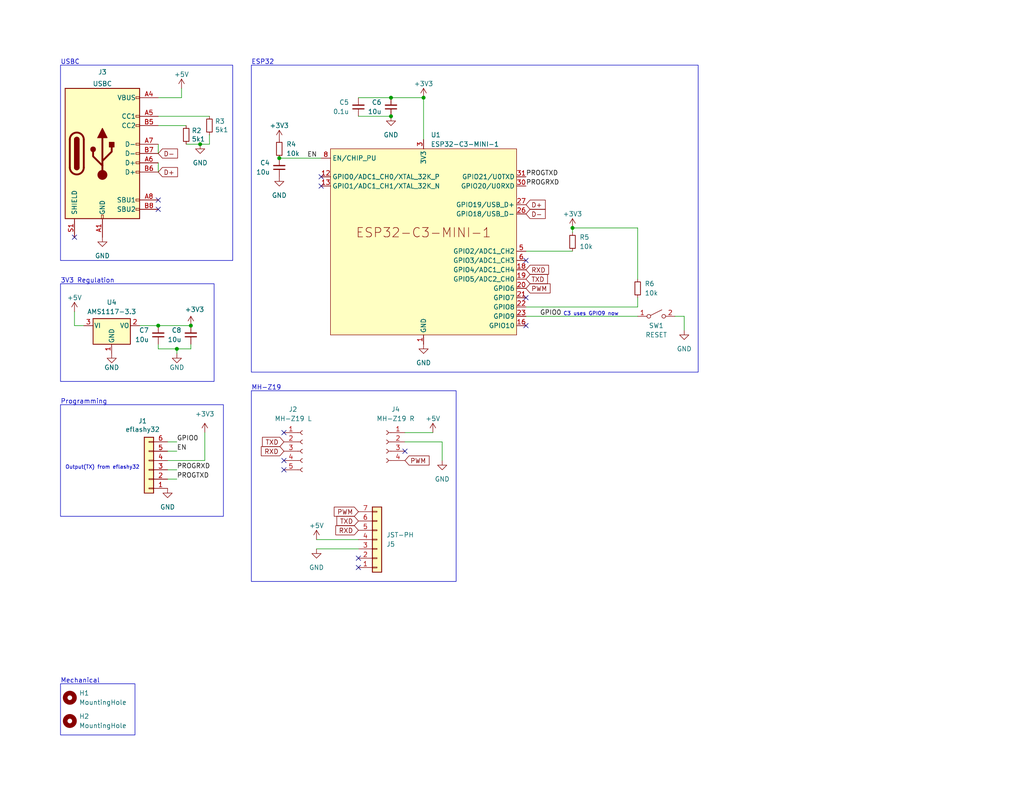
<source format=kicad_sch>
(kicad_sch (version 20230121) (generator eeschema)
  (paper "USLetter")
  (lib_symbols
    (symbol "Connector:Conn_01x04_Socket" (pin_names (offset 1.016) hide)
      (property "Reference" "J" (at 0 5.08 0))
      (property "Value" "Conn_01x04_Socket" (at 0 -7.62 0))
      (symbol "Conn_01x04_Socket_1_1"
        (arc (start 0 -4.572) (mid -0.5058 -5.08) (end 0 -5.588) (stroke (width 0.1524)))
        (arc (start 0 -2.032) (mid -0.5058 -2.54) (end 0 -3.048) (stroke (width 0.1524)))
        (polyline (pts (xy -1.27 -5.08) (xy -0.508 -5.08)) (stroke (width 0.1524)))
        (polyline (pts (xy -1.27 -2.54) (xy -0.508 -2.54)) (stroke (width 0.1524)))
        (polyline (pts (xy -1.27 0) (xy -0.508 0)) (stroke (width 0.1524)))
        (polyline (pts (xy -1.27 2.54) (xy -0.508 2.54)) (stroke (width 0.1524)))
        (arc (start 0 0.508) (mid -0.5058 0) (end 0 -0.508) (stroke (width 0.1524)))
        (arc (start 0 3.048) (mid -0.5058 2.54) (end 0 2.032) (stroke (width 0.1524)))
        (pin passive line (at -5.08 2.54 0) (length 3.81) (name "Pin_1") (number "1"))
        (pin passive line (at -5.08 0 0) (length 3.81) (name "Pin_2") (number "2"))
        (pin passive line (at -5.08 -2.54 0) (length 3.81) (name "Pin_3") (number "3"))
        (pin passive line (at -5.08 -5.08 0) (length 3.81) (name "Pin_4") (number "4"))
      )
    )
    (symbol "Connector:Conn_01x05_Socket" (pin_names (offset 1.016) hide)
      (property "Reference" "J" (at 0 7.62 0))
      (property "Value" "Conn_01x05_Socket" (at 0 -7.62 0))
      (symbol "Conn_01x05_Socket_1_1"
        (arc (start 0 -4.572) (mid -0.5058 -5.08) (end 0 -5.588) (stroke (width 0.1524)))
        (arc (start 0 -2.032) (mid -0.5058 -2.54) (end 0 -3.048) (stroke (width 0.1524)))
        (polyline (pts (xy -1.27 -5.08) (xy -0.508 -5.08)) (stroke (width 0.1524)))
        (polyline (pts (xy -1.27 -2.54) (xy -0.508 -2.54)) (stroke (width 0.1524)))
        (polyline (pts (xy -1.27 0) (xy -0.508 0)) (stroke (width 0.1524)))
        (polyline (pts (xy -1.27 2.54) (xy -0.508 2.54)) (stroke (width 0.1524)))
        (polyline (pts (xy -1.27 5.08) (xy -0.508 5.08)) (stroke (width 0.1524)))
        (arc (start 0 0.508) (mid -0.5058 0) (end 0 -0.508) (stroke (width 0.1524)))
        (arc (start 0 3.048) (mid -0.5058 2.54) (end 0 2.032) (stroke (width 0.1524)))
        (arc (start 0 5.588) (mid -0.5058 5.08) (end 0 4.572) (stroke (width 0.1524)))
        (pin passive line (at -5.08 5.08 0) (length 3.81) (name "Pin_1") (number "1"))
        (pin passive line (at -5.08 2.54 0) (length 3.81) (name "Pin_2") (number "2"))
        (pin passive line (at -5.08 0 0) (length 3.81) (name "Pin_3") (number "3"))
        (pin passive line (at -5.08 -2.54 0) (length 3.81) (name "Pin_4") (number "4"))
        (pin passive line (at -5.08 -5.08 0) (length 3.81) (name "Pin_5") (number "5"))
      )
    )
    (symbol "Connector:USB_C_Receptacle_USB2.0" (pin_names (offset 1.016))
      (property "Reference" "J" (at -10.16 19.05 0))
      (property "Value" "USB_C_Receptacle_USB2.0" (at 19.05 19.05 0))
      (symbol "USB_C_Receptacle_USB2.0_0_0"
        (rectangle (start -0.254 -17.78) (end 0.254 -16.764))
        (rectangle (start 10.16 -14.986) (end 9.144 -15.494))
        (rectangle (start 10.16 -12.446) (end 9.144 -12.954))
        (rectangle (start 10.16 -4.826) (end 9.144 -5.334))
        (rectangle (start 10.16 -2.286) (end 9.144 -2.794))
        (rectangle (start 10.16 0.254) (end 9.144 -0.254))
        (rectangle (start 10.16 2.794) (end 9.144 2.286))
        (rectangle (start 10.16 7.874) (end 9.144 7.366))
        (rectangle (start 10.16 10.414) (end 9.144 9.906))
        (rectangle (start 10.16 15.494) (end 9.144 14.986))
      )
      (symbol "USB_C_Receptacle_USB2.0_0_1"
        (rectangle (start -10.16 17.78) (end 10.16 -17.78) (stroke (width 0.254)) (fill (type background)))
        (arc (start -8.89 -3.81) (mid -6.985 -5.7067) (end -5.08 -3.81) (stroke (width 0.508)))
        (arc (start -7.62 -3.81) (mid -6.985 -4.4423) (end -6.35 -3.81) (stroke (width 0.254)))
        (arc (start -7.62 -3.81) (mid -6.985 -4.4423) (end -6.35 -3.81) (stroke (width 0.254)) (fill (type outline)))
        (rectangle (start -7.62 -3.81) (end -6.35 3.81) (stroke (width 0.254)) (fill (type outline)))
        (arc (start -6.35 3.81) (mid -6.985 4.4423) (end -7.62 3.81) (stroke (width 0.254)))
        (arc (start -6.35 3.81) (mid -6.985 4.4423) (end -7.62 3.81) (stroke (width 0.254)) (fill (type outline)))
        (arc (start -5.08 3.81) (mid -6.985 5.7067) (end -8.89 3.81) (stroke (width 0.508)))
        (circle (center -2.54 1.143) (radius 0.635) (stroke (width 0.254)) (fill (type outline)))
        (circle (center 0 -5.842) (radius 1.27) (fill (type outline)))
        (polyline (pts (xy -8.89 -3.81) (xy -8.89 3.81)) (stroke (width 0.508)))
        (polyline (pts (xy -5.08 3.81) (xy -5.08 -3.81)) (stroke (width 0.508)))
        (polyline (pts (xy 0 -5.842) (xy 0 4.318)) (stroke (width 0.508)))
        (polyline (pts (xy 0 -3.302) (xy -2.54 -0.762) (xy -2.54 0.508)) (stroke (width 0.508)))
        (polyline (pts (xy 0 -2.032) (xy 2.54 0.508) (xy 2.54 1.778)) (stroke (width 0.508)))
        (polyline (pts (xy -1.27 4.318) (xy 0 6.858) (xy 1.27 4.318) (xy -1.27 4.318)) (stroke (width 0.254)) (fill (type outline)))
        (rectangle (start 1.905 1.778) (end 3.175 3.048) (stroke (width 0.254)) (fill (type outline)))
      )
      (symbol "USB_C_Receptacle_USB2.0_1_1"
        (pin passive line (at 0 -22.86 90) (length 5.08) (name "GND") (number "A1"))
        (pin passive line (at 0 -22.86 90) (length 5.08) hide (name "GND") (number "A12"))
        (pin passive line (at 15.24 15.24 180) (length 5.08) (name "VBUS") (number "A4"))
        (pin bidirectional line (at 15.24 10.16 180) (length 5.08) (name "CC1") (number "A5"))
        (pin bidirectional line (at 15.24 -2.54 180) (length 5.08) (name "D+") (number "A6"))
        (pin bidirectional line (at 15.24 2.54 180) (length 5.08) (name "D-") (number "A7"))
        (pin bidirectional line (at 15.24 -12.7 180) (length 5.08) (name "SBU1") (number "A8"))
        (pin passive line (at 15.24 15.24 180) (length 5.08) hide (name "VBUS") (number "A9"))
        (pin passive line (at 0 -22.86 90) (length 5.08) hide (name "GND") (number "B1"))
        (pin passive line (at 0 -22.86 90) (length 5.08) hide (name "GND") (number "B12"))
        (pin passive line (at 15.24 15.24 180) (length 5.08) hide (name "VBUS") (number "B4"))
        (pin bidirectional line (at 15.24 7.62 180) (length 5.08) (name "CC2") (number "B5"))
        (pin bidirectional line (at 15.24 -5.08 180) (length 5.08) (name "D+") (number "B6"))
        (pin bidirectional line (at 15.24 0 180) (length 5.08) (name "D-") (number "B7"))
        (pin bidirectional line (at 15.24 -15.24 180) (length 5.08) (name "SBU2") (number "B8"))
        (pin passive line (at 15.24 15.24 180) (length 5.08) hide (name "VBUS") (number "B9"))
        (pin passive line (at -7.62 -22.86 90) (length 5.08) (name "SHIELD") (number "S1"))
      )
    )
    (symbol "Connector_Generic:Conn_01x06" (pin_names (offset 1.016) hide)
      (property "Reference" "J" (at 0 7.62 0))
      (property "Value" "Conn_01x06" (at 0 -10.16 0))
      (symbol "Conn_01x06_1_1"
        (rectangle (start -1.27 -7.493) (end 0 -7.747) (stroke (width 0.1524)))
        (rectangle (start -1.27 -4.953) (end 0 -5.207) (stroke (width 0.1524)))
        (rectangle (start -1.27 -2.413) (end 0 -2.667) (stroke (width 0.1524)))
        (rectangle (start -1.27 0.127) (end 0 -0.127) (stroke (width 0.1524)))
        (rectangle (start -1.27 2.667) (end 0 2.413) (stroke (width 0.1524)))
        (rectangle (start -1.27 5.207) (end 0 4.953) (stroke (width 0.1524)))
        (rectangle (start -1.27 6.35) (end 1.27 -8.89) (stroke (width 0.254)) (fill (type background)))
        (pin passive line (at -5.08 5.08 0) (length 3.81) (name "Pin_1") (number "1"))
        (pin passive line (at -5.08 2.54 0) (length 3.81) (name "Pin_2") (number "2"))
        (pin passive line (at -5.08 0 0) (length 3.81) (name "Pin_3") (number "3"))
        (pin passive line (at -5.08 -2.54 0) (length 3.81) (name "Pin_4") (number "4"))
        (pin passive line (at -5.08 -5.08 0) (length 3.81) (name "Pin_5") (number "5"))
        (pin passive line (at -5.08 -7.62 0) (length 3.81) (name "Pin_6") (number "6"))
      )
    )
    (symbol "Connector_Generic:Conn_01x07" (pin_names (offset 1.016) hide)
      (property "Reference" "J" (at 0 10.16 0))
      (property "Value" "Conn_01x07" (at 0 -10.16 0))
      (symbol "Conn_01x07_1_1"
        (rectangle (start -1.27 -7.493) (end 0 -7.747) (stroke (width 0.1524)))
        (rectangle (start -1.27 -4.953) (end 0 -5.207) (stroke (width 0.1524)))
        (rectangle (start -1.27 -2.413) (end 0 -2.667) (stroke (width 0.1524)))
        (rectangle (start -1.27 0.127) (end 0 -0.127) (stroke (width 0.1524)))
        (rectangle (start -1.27 2.667) (end 0 2.413) (stroke (width 0.1524)))
        (rectangle (start -1.27 5.207) (end 0 4.953) (stroke (width 0.1524)))
        (rectangle (start -1.27 7.747) (end 0 7.493) (stroke (width 0.1524)))
        (rectangle (start -1.27 8.89) (end 1.27 -8.89) (stroke (width 0.254)) (fill (type background)))
        (pin passive line (at -5.08 7.62 0) (length 3.81) (name "Pin_1") (number "1"))
        (pin passive line (at -5.08 5.08 0) (length 3.81) (name "Pin_2") (number "2"))
        (pin passive line (at -5.08 2.54 0) (length 3.81) (name "Pin_3") (number "3"))
        (pin passive line (at -5.08 0 0) (length 3.81) (name "Pin_4") (number "4"))
        (pin passive line (at -5.08 -2.54 0) (length 3.81) (name "Pin_5") (number "5"))
        (pin passive line (at -5.08 -5.08 0) (length 3.81) (name "Pin_6") (number "6"))
        (pin passive line (at -5.08 -7.62 0) (length 3.81) (name "Pin_7") (number "7"))
      )
    )
    (symbol "Device:C_Small" (pin_numbers hide) (pin_names (offset 0.254) hide)
      (property "Reference" "C" (at 0.254 1.778 0))
      (property "Value" "C_Small" (at 0.254 -2.032 0))
      (symbol "C_Small_0_1"
        (polyline (pts (xy -1.524 -0.508) (xy 1.524 -0.508)) (stroke (width 0.3302)))
        (polyline (pts (xy -1.524 0.508) (xy 1.524 0.508)) (stroke (width 0.3048)))
      )
      (symbol "C_Small_1_1"
        (pin passive line (at 0 2.54 270) (length 2.032) (name "~") (number "1"))
        (pin passive line (at 0 -2.54 90) (length 2.032) (name "~") (number "2"))
      )
    )
    (symbol "Device:R_Small" (pin_numbers hide) (pin_names (offset 0.254) hide)
      (property "Reference" "R" (at 0.762 0.508 0))
      (property "Value" "R_Small" (at 0.762 -1.016 0))
      (symbol "R_Small_0_1"
        (rectangle (start -0.762 1.778) (end 0.762 -1.778) (stroke (width 0.2032)))
      )
      (symbol "R_Small_1_1"
        (pin passive line (at 0 2.54 270) (length 0.762) (name "~") (number "1"))
        (pin passive line (at 0 -2.54 90) (length 0.762) (name "~") (number "2"))
      )
    )
    (symbol "Espressif:ESP32-C3-MINI-1"
      (property "Reference" "U" (at -25.4 30.48 0))
      (property "Value" "ESP32-C3-MINI-1" (at -25.4 27.94 0))
      (symbol "ESP32-C3-MINI-1_0_0"
        (text "ESP32-C3-MINI-1" (at 0 2.54 0) (effects (font (size 2.54 2.54))))
      )
      (symbol "ESP32-C3-MINI-1_0_1"
        (rectangle (start -25.4 25.4) (end 25.4 -25.4) (fill (type background)))
      )
      (symbol "ESP32-C3-MINI-1_1_1"
        (pin power_in line (at 0 -27.94 90) (length 2.54) (name "GND") (number "1"))
        (pin no_connect line (at -25.4 2.54 0) (length 2.54) hide (name "NC") (number "10"))
        (pin passive line (at 0 -27.94 90) (length 2.54) hide (name "GND") (number "11"))
        (pin bidirectional line (at -27.94 17.78 0) (length 2.54) (name "GPIO0/ADC1_CH0/XTAL_32K_P") (number "12"))
        (pin bidirectional line (at -27.94 15.24 0) (length 2.54) (name "GPIO1/ADC1_CH1/XTAL_32K_N") (number "13"))
        (pin passive line (at 0 -27.94 90) (length 2.54) hide (name "GND") (number "14"))
        (pin no_connect line (at -25.4 0 0) (length 2.54) hide (name "NC") (number "15"))
        (pin bidirectional line (at 27.94 -22.86 180) (length 2.54) (name "GPIO10") (number "16"))
        (pin no_connect line (at -25.4 -2.54 0) (length 2.54) hide (name "NC") (number "17"))
        (pin bidirectional line (at 27.94 -7.62 180) (length 2.54) (name "GPIO4/ADC1_CH4") (number "18"))
        (pin bidirectional line (at 27.94 -10.16 180) (length 2.54) (name "GPIO5/ADC2_CH0") (number "19"))
        (pin passive line (at 0 -27.94 90) (length 2.54) hide (name "GND") (number "2"))
        (pin bidirectional line (at 27.94 -12.7 180) (length 2.54) (name "GPIO6") (number "20"))
        (pin bidirectional line (at 27.94 -15.24 180) (length 2.54) (name "GPIO7") (number "21"))
        (pin bidirectional line (at 27.94 -17.78 180) (length 2.54) (name "GPIO8") (number "22"))
        (pin bidirectional line (at 27.94 -20.32 180) (length 2.54) (name "GPIO9") (number "23"))
        (pin no_connect line (at -25.4 -5.08 0) (length 2.54) hide (name "NC") (number "24"))
        (pin no_connect line (at -25.4 -7.62 0) (length 2.54) hide (name "NC") (number "25"))
        (pin bidirectional line (at 27.94 7.62 180) (length 2.54) (name "GPIO18/USB_D-") (number "26"))
        (pin bidirectional line (at 27.94 10.16 180) (length 2.54) (name "GPIO19/USB_D+") (number "27"))
        (pin no_connect line (at -25.4 -10.16 0) (length 2.54) hide (name "NC") (number "28"))
        (pin no_connect line (at -25.4 -12.7 0) (length 2.54) hide (name "NC") (number "29"))
        (pin power_in line (at 0 27.94 270) (length 2.54) (name "3V3") (number "3"))
        (pin bidirectional line (at 27.94 15.24 180) (length 2.54) (name "GPIO20/U0RXD") (number "30"))
        (pin bidirectional line (at 27.94 17.78 180) (length 2.54) (name "GPIO21/U0TXD") (number "31"))
        (pin no_connect line (at -25.4 -15.24 0) (length 2.54) hide (name "NC") (number "32"))
        (pin no_connect line (at -25.4 -17.78 0) (length 2.54) hide (name "NC") (number "33"))
        (pin no_connect line (at -25.4 -20.32 0) (length 2.54) hide (name "NC") (number "34"))
        (pin no_connect line (at -25.4 -22.86 0) (length 2.54) hide (name "NC") (number "35"))
        (pin passive line (at 0 -27.94 90) (length 2.54) hide (name "GND") (number "36"))
        (pin passive line (at 0 -27.94 90) (length 2.54) hide (name "GND") (number "37"))
        (pin passive line (at 0 -27.94 90) (length 2.54) hide (name "GND") (number "38"))
        (pin passive line (at 0 -27.94 90) (length 2.54) hide (name "GND") (number "39"))
        (pin no_connect line (at -25.4 10.16 0) (length 2.54) hide (name "NC") (number "4"))
        (pin passive line (at 0 -27.94 90) (length 2.54) hide (name "GND") (number "40"))
        (pin passive line (at 0 -27.94 90) (length 2.54) hide (name "GND") (number "41"))
        (pin passive line (at 0 -27.94 90) (length 2.54) hide (name "GND") (number "42"))
        (pin passive line (at 0 -27.94 90) (length 2.54) hide (name "GND") (number "43"))
        (pin passive line (at 0 -27.94 90) (length 2.54) hide (name "GND") (number "44"))
        (pin passive line (at 0 -27.94 90) (length 2.54) hide (name "GND") (number "45"))
        (pin passive line (at 0 -27.94 90) (length 2.54) hide (name "GND") (number "46"))
        (pin passive line (at 0 -27.94 90) (length 2.54) hide (name "GND") (number "47"))
        (pin passive line (at 0 -27.94 90) (length 2.54) hide (name "GND") (number "48"))
        (pin passive line (at 0 -27.94 90) (length 2.54) hide (name "GND") (number "49"))
        (pin bidirectional line (at 27.94 -2.54 180) (length 2.54) (name "GPIO2/ADC1_CH2") (number "5"))
        (pin passive line (at 0 -27.94 90) (length 2.54) hide (name "GND") (number "50"))
        (pin passive line (at 0 -27.94 90) (length 2.54) hide (name "GND") (number "51"))
        (pin passive line (at 0 -27.94 90) (length 2.54) hide (name "GND") (number "52"))
        (pin passive line (at 0 -27.94 90) (length 2.54) hide (name "GND") (number "53"))
        (pin bidirectional line (at 27.94 -5.08 180) (length 2.54) (name "GPIO3/ADC1_CH3") (number "6"))
        (pin no_connect line (at -25.4 7.62 0) (length 2.54) hide (name "NC") (number "7"))
        (pin input line (at -27.94 22.86 0) (length 2.54) (name "EN/CHIP_PU") (number "8"))
        (pin no_connect line (at -25.4 5.08 0) (length 2.54) hide (name "NC") (number "9"))
      )
    )
    (symbol "GND_1" (power) (pin_names (offset 0))
      (property "Value" "GND_1" (at 0 -3.81 0))
      (symbol "GND_1_0_1"
        (polyline (pts (xy 0 0) (xy 0 -1.27) (xy 1.27 -1.27) (xy 0 -2.54) (xy -1.27 -1.27) (xy 0 -1.27)))
      )
      (symbol "GND_1_1_1"
        (pin power_in line (at 0 0 270) (length 0) hide (name "GND") (number "1"))
      )
    )
    (symbol "Mechanical:MountingHole" (pin_names (offset 1.016))
      (property "Reference" "H" (at 0 5.08 0))
      (property "Value" "MountingHole" (at 0 3.175 0))
      (symbol "MountingHole_0_1"
        (circle (center 0 0) (radius 1.27) (stroke (width 1.27)))
      )
    )
    (symbol "Regulator_Linear:AP1117-33" (pin_names (offset 0.254))
      (property "Reference" "U" (at -3.81 3.175 0))
      (property "Value" "AP1117-33" (at 0 3.175 0))
      (symbol "AP1117-33_0_1"
        (rectangle (start -5.08 -5.08) (end 5.08 1.905) (stroke (width 0.254)) (fill (type background)))
      )
      (symbol "AP1117-33_1_1"
        (pin power_in line (at 0 -7.62 90) (length 2.54) (name "GND") (number "1"))
        (pin power_out line (at 7.62 0 180) (length 2.54) (name "VO") (number "2"))
        (pin power_in line (at -7.62 0 0) (length 2.54) (name "VI") (number "3"))
      )
    )
    (symbol "Switch:SW_SPST" (pin_names (offset 0) hide)
      (property "Reference" "SW" (at 0 3.175 0))
      (property "Value" "SW_SPST" (at 0 -2.54 0))
      (symbol "SW_SPST_0_0"
        (circle (center -2.032 0) (radius 0.508))
        (polyline (pts (xy -1.524 0.254) (xy 1.524 1.778)))
        (circle (center 2.032 0) (radius 0.508))
      )
      (symbol "SW_SPST_1_1"
        (pin passive line (at -5.08 0 0) (length 2.54) (name "A") (number "1"))
        (pin passive line (at 5.08 0 180) (length 2.54) (name "B") (number "2"))
      )
    )
    (symbol "power:+3V3" (power) (pin_names (offset 0))
      (property "Value" "+3V3" (at 0 3.556 0))
      (symbol "+3V3_0_1"
        (polyline (pts (xy -0.762 1.27) (xy 0 2.54)))
        (polyline (pts (xy 0 0) (xy 0 2.54)))
        (polyline (pts (xy 0 2.54) (xy 0.762 1.27)))
      )
      (symbol "+3V3_1_1"
        (pin power_in line (at 0 0 90) (length 0) hide (name "+3V3") (number "1"))
      )
    )
    (symbol "power:+5V" (power) (pin_names (offset 0))
      (property "Value" "+5V" (at 0 3.556 0))
      (symbol "+5V_0_1"
        (polyline (pts (xy -0.762 1.27) (xy 0 2.54)))
        (polyline (pts (xy 0 0) (xy 0 2.54)))
        (polyline (pts (xy 0 2.54) (xy 0.762 1.27)))
      )
      (symbol "+5V_1_1"
        (pin power_in line (at 0 0 90) (length 0) hide (name "+5V") (number "1"))
      )
    )
    (symbol "power:GND" (power) (pin_names (offset 0))
      (property "Value" "GND" (at 0 -3.81 0))
      (symbol "GND_0_1"
        (polyline (pts (xy 0 0) (xy 0 -1.27) (xy 1.27 -1.27) (xy 0 -2.54) (xy -1.27 -1.27) (xy 0 -1.27)))
      )
      (symbol "GND_1_1"
        (pin power_in line (at 0 0 270) (length 0) hide (name "GND") (number "1"))
      )
    )
  )
  (junction (at 54.61 39.37))
  (junction (at 76.2 43.18))
  (junction (at 48.26 95.25))
  (junction (at 106.68 31.75))
  (junction (at 52.07 88.9))
  (junction (at 156.21 62.23))
  (junction (at 115.57 26.67))
  (junction (at 106.68 26.67))
  (junction (at 43.18 88.9))
  (no_connect (at 77.47 128.27))
  (no_connect (at 43.18 54.61))
  (no_connect (at 20.32 64.77))
  (no_connect (at 143.51 81.28))
  (no_connect (at 97.79 154.94))
  (no_connect (at 77.47 125.73))
  (no_connect (at 110.49 123.19))
  (no_connect (at 143.51 88.9))
  (no_connect (at 97.79 152.4))
  (no_connect (at 87.63 48.26))
  (no_connect (at 77.47 118.11))
  (no_connect (at 87.63 50.8))
  (no_connect (at 143.51 71.12))
  (no_connect (at 43.18 57.15))
  (wire (pts (xy 48.26 96.52) (xy 48.26 95.25)))
  (wire (pts (xy 173.99 62.23) (xy 156.21 62.23)))
  (wire (pts (xy 110.49 120.65) (xy 120.65 120.65)))
  (wire (pts (xy 50.8 39.37) (xy 54.61 39.37)))
  (wire (pts (xy 52.07 95.25) (xy 48.26 95.25)))
  (wire (pts (xy 110.49 118.11) (xy 118.11 118.11)))
  (wire (pts (xy 43.18 26.67) (xy 49.53 26.67)))
  (wire (pts (xy 43.18 88.9) (xy 52.07 88.9)))
  (wire (pts (xy 48.26 120.65) (xy 45.72 120.65)))
  (wire (pts (xy 54.61 39.37) (xy 57.15 39.37)))
  (wire (pts (xy 20.32 85.09) (xy 20.32 88.9)))
  (wire (pts (xy 38.1 88.9) (xy 43.18 88.9)))
  (wire (pts (xy 143.51 68.58) (xy 156.21 68.58)))
  (wire (pts (xy 173.99 83.82) (xy 143.51 83.82)))
  (wire (pts (xy 173.99 81.28) (xy 173.99 83.82)))
  (wire (pts (xy 86.36 149.86) (xy 97.79 149.86)))
  (wire (pts (xy 156.21 62.23) (xy 156.21 63.5)))
  (wire (pts (xy 49.53 26.67) (xy 49.53 24.13)))
  (wire (pts (xy 52.07 93.98) (xy 52.07 95.25)))
  (wire (pts (xy 97.79 26.67) (xy 106.68 26.67)))
  (wire (pts (xy 97.79 31.75) (xy 106.68 31.75)))
  (wire (pts (xy 57.15 39.37) (xy 57.15 36.83)))
  (wire (pts (xy 45.72 123.19) (xy 48.26 123.19)))
  (wire (pts (xy 43.18 34.29) (xy 50.8 34.29)))
  (wire (pts (xy 115.57 26.67) (xy 106.68 26.67)))
  (wire (pts (xy 55.88 125.73) (xy 55.88 118.11)))
  (wire (pts (xy 173.99 76.2) (xy 173.99 62.23)))
  (wire (pts (xy 45.72 130.81) (xy 48.26 130.81)))
  (wire (pts (xy 86.36 147.32) (xy 97.79 147.32)))
  (wire (pts (xy 48.26 128.27) (xy 45.72 128.27)))
  (wire (pts (xy 43.18 44.45) (xy 43.18 46.99)))
  (wire (pts (xy 184.15 86.36) (xy 186.69 86.36)))
  (wire (pts (xy 115.57 26.67) (xy 115.57 38.1)))
  (wire (pts (xy 43.18 31.75) (xy 57.15 31.75)))
  (wire (pts (xy 43.18 39.37) (xy 43.18 41.91)))
  (wire (pts (xy 43.18 95.25) (xy 48.26 95.25)))
  (wire (pts (xy 143.51 86.36) (xy 173.99 86.36)))
  (wire (pts (xy 20.32 88.9) (xy 22.86 88.9)))
  (wire (pts (xy 43.18 93.98) (xy 43.18 95.25)))
  (wire (pts (xy 76.2 43.18) (xy 87.63 43.18)))
  (wire (pts (xy 45.72 125.73) (xy 55.88 125.73)))
  (wire (pts (xy 186.69 86.36) (xy 186.69 90.17)))
  (wire (pts (xy 120.65 120.65) (xy 120.65 125.73)))
  (rectangle (start 68.58 106.68) (end 124.46 158.75))
  (rectangle (start 16.51 77.47) (end 58.42 104.14))
  (rectangle (start 16.51 186.69) (end 36.83 200.66))
  (rectangle (start 16.51 110.49) (end 60.96 140.97))
  (rectangle (start 68.58 17.78) (end 190.5 101.6))
  (rectangle (start 16.51 17.78) (end 63.5 71.12))
  (text "Programming" (at 16.51 110.49 0) (effects (font (size 1.27 1.27)) (justify left bottom)))
  (text "3V3 Regulation" (at 16.51 77.47 0) (effects (font (size 1.27 1.27)) (justify left bottom)))
  (text "MH-Z19" (at 68.58 106.68 0) (effects (font (size 1.27 1.27)) (justify left bottom)))
  (text "USBC" (at 16.51 17.78 0) (effects (font (size 1.27 1.27)) (justify left bottom)))
  (text "ESP32" (at 68.58 17.78 0) (effects (font (size 1.27 1.27)) (justify left bottom)))
  (text "C3 uses GPIO9 now" (at 153.67 86.36 0) (effects (font (size 1 1)) (justify left bottom)))
  (text "Mechanical" (at 16.51 186.69 0) (effects (font (size 1.27 1.27)) (justify left bottom)))
  (text "Output(TX) from eflashy32" (at 17.78 128.27 0) (effects (font (size 1 1)) (justify left bottom)))
  (label "GPIO0" (at 48.26 120.65 0))
  (label "PROGTXD" (at 48.26 130.81 0))
  (label "EN" (at 48.26 123.19 0))
  (label "PROGRXD" (at 48.26 128.27 0))
  (label "PROGTXD" (at 143.51 48.26 0))
  (label "PROGRXD" (at 143.51 50.8 0))
  (label "EN" (at 83.82 43.18 0))
  (label "GPIO0" (at 147.32 86.36 0))
  (global_label "TXD" (shape input) (at 97.79 142.24 180) (property "Intersheetrefs" "${INTERSHEET_REFS}" (effects hide)))
  (global_label "RXD" (shape input) (at 77.47 123.19 180) (property "Intersheetrefs" "${INTERSHEET_REFS}" (effects hide)))
  (global_label "TXD" (shape input) (at 77.47 120.65 180) (property "Intersheetrefs" "${INTERSHEET_REFS}" (effects hide)))
  (global_label "TXD" (shape input) (at 143.51 76.2 0) (property "Intersheetrefs" "${INTERSHEET_REFS}" (effects hide)))
  (global_label "D+" (shape input) (at 143.51 55.88 0) (property "Intersheetrefs" "${INTERSHEET_REFS}" (effects hide)))
  (global_label "RXD" (shape input) (at 143.51 73.66 0) (property "Intersheetrefs" "${INTERSHEET_REFS}" (effects hide)))
  (global_label "RXD" (shape input) (at 97.79 144.78 180) (property "Intersheetrefs" "${INTERSHEET_REFS}" (effects hide)))
  (global_label "PWM" (shape input) (at 110.49 125.73 0) (property "Intersheetrefs" "${INTERSHEET_REFS}" (effects hide)))
  (global_label "D-" (shape input) (at 143.51 58.42 0) (property "Intersheetrefs" "${INTERSHEET_REFS}" (effects hide)))
  (global_label "D+" (shape input) (at 43.18 46.99 0) (property "Intersheetrefs" "${INTERSHEET_REFS}" (effects hide)))
  (global_label "PWM" (shape input) (at 143.51 78.74 0) (property "Intersheetrefs" "${INTERSHEET_REFS}" (effects hide)))
  (global_label "D-" (shape input) (at 43.18 41.91 0) (property "Intersheetrefs" "${INTERSHEET_REFS}" (effects hide)))
  (global_label "PWM" (shape input) (at 97.79 139.7 180) (property "Intersheetrefs" "${INTERSHEET_REFS}" (effects hide)))
  (symbol (lib_name "GND_1") (lib_id "power:GND") (at 115.57 93.98 0) (unit 1)
    (property "Reference" "#PWR017" (effects hide))
    (property "Value" "GND" (at 115.57 99.06 0))
  )
  (symbol (lib_id "power:GND") (at 45.72 133.35 0) (unit 1)
    (property "Reference" "#PWR010" (effects hide))
    (property "Value" "GND" (at 45.72 138.43 0))
  )
  (symbol (lib_id "Mechanical:MountingHole") (at 19.05 190.5 0) (unit 1)
    (property "Reference" "H1" (at 21.59 189.23 0) (effects (justify left)))
    (property "Value" "MountingHole" (at 21.59 191.77 0) (effects (justify left)))
    (property "Footprint" "MountingHole:MountingHole_3.2mm_M3" (effects hide))
  )
  (symbol (lib_name "GND_1") (lib_id "power:GND") (at 27.94 64.77 0) (unit 1)
    (property "Reference" "#PWR01" (effects hide))
    (property "Value" "GND" (at 27.94 69.85 0))
  )
  (symbol (lib_id "power:GND") (at 30.48 96.52 0) (unit 1)
    (property "Reference" "#PWR022" (effects hide))
    (property "Value" "GND" (at 30.48 100.33 0))
  )
  (symbol (lib_id "power:+5V") (at 49.53 24.13 0) (unit 1)
    (property "Reference" "#PWR02" (effects hide))
    (property "Value" "+5V" (at 49.53 20.32 0))
  )
  (symbol (lib_id "Connector_Generic:Conn_01x07") (at 102.87 147.32 0) (mirror x) (unit 1)
    (property "Reference" "J5" (at 105.41 148.59 0) (effects (justify left)))
    (property "Value" "JST-PH" (at 105.41 146.05 0) (effects (justify left)))
    (property "Footprint" "Connector_JST:JST_PH_S7B-PH-SM4-TB_1x07-1MP_P2.00mm_Horizontal" (effects hide))
    (property "LCSC" "C265453" (effects hide))
  )
  (symbol (lib_id "power:+3V3") (at 52.07 88.9 0) (unit 1)
    (property "Reference" "#PWR024" (effects hide))
    (property "Value" "+3V3" (at 53.086 84.5058 0))
  )
  (symbol (lib_id "Device:R_Small") (at 50.8 36.83 0) (unit 1)
    (property "Reference" "R2" (at 52.2986 35.6616 0) (effects (justify left)))
    (property "Value" "5k1" (at 52.2986 37.973 0) (effects (justify left)))
    (property "Footprint" "Resistor_SMD:R_0402_1005Metric" (effects hide))
    (property "LCSC" "C25905" (effects hide))
  )
  (symbol (lib_id "Switch:SW_SPST") (at 179.07 86.36 0) (unit 1)
    (property "Reference" "SW1" (at 179.07 88.9 0))
    (property "Value" "RESET" (at 179.07 91.44 0))
    (property "Footprint" "Button_Switch_SMD:SW_Push_1P1T_XKB_TS-1187A" (effects hide))
    (property "LCSC" "C318884" (effects hide))
  )
  (symbol (lib_id "Device:C_Small") (at 106.68 29.21 0) (mirror x) (unit 1)
    (property "Reference" "C6" (at 104.14 27.9399 0) (effects (justify right)))
    (property "Value" "10u" (at 104.14 30.4799 0) (effects (justify right)))
    (property "Footprint" "Capacitor_SMD:C_0805_2012Metric" (effects hide))
    (property "LCSC" "C15850" (effects hide))
  )
  (symbol (lib_id "Connector:USB_C_Receptacle_USB2.0") (at 27.94 41.91 0) (unit 1)
    (property "Reference" "J3" (at 27.94 19.685 0))
    (property "Value" "USBC" (at 27.94 22.86 0))
    (property "Footprint" "Connector_USB:USB_C_Receptacle_GCT_USB4105-xx-A_16P_TopMnt_Horizontal" (effects hide))
    (property "Datasheet" "https://www.usb.org/sites/default/files/documents/usb_type-c.zip" (effects hide))
    (property "LCSC" "C2765186" (effects hide))
  )
  (symbol (lib_id "Connector_Generic:Conn_01x06") (at 40.64 128.27 180) (unit 1) (in_bom no)
    (property "Reference" "J1" (at 38.9128 114.935 0))
    (property "Value" "eflashy32" (at 38.9128 117.2464 0))
    (property "Footprint" "Connector_PinHeader_2.54mm:PinHeader_1x06_P2.54mm_Vertical" (effects hide))
    (property "LCSC" "DNP" (effects hide))
  )
  (symbol (lib_id "Device:R_Small") (at 173.99 78.74 0) (unit 1)
    (property "Reference" "R6" (at 175.895 77.4699 0) (effects (justify left)))
    (property "Value" "10k" (at 175.895 80.0099 0) (effects (justify left)))
    (property "Footprint" "Resistor_SMD:R_0402_1005Metric" (effects hide))
    (property "LCSC" "C25744" (effects hide))
  )
  (symbol (lib_name "GND_1") (lib_id "power:GND") (at 54.61 39.37 0) (unit 1)
    (property "Reference" "#PWR06" (effects hide))
    (property "Value" "GND" (at 54.61 44.45 0))
  )
  (symbol (lib_name "GND_1") (lib_id "power:GND") (at 186.69 90.17 0) (unit 1)
    (property "Reference" "#PWR019" (effects hide))
    (property "Value" "GND" (at 186.69 95.25 0))
  )
  (symbol (lib_name "GND_1") (lib_id "power:GND") (at 86.36 149.86 0) (unit 1)
    (property "Reference" "#PWR03" (effects hide))
    (property "Value" "GND" (at 86.36 154.94 0))
  )
  (symbol (lib_id "power:+5V") (at 20.32 85.09 0) (unit 1)
    (property "Reference" "#PWR021" (effects hide))
    (property "Value" "+5V" (at 20.32 81.28 0))
  )
  (symbol (lib_id "power:+3V3") (at 156.21 62.23 0) (unit 1)
    (property "Reference" "#PWR018" (effects hide))
    (property "Value" "+3V3" (at 156.21 58.42 0))
  )
  (symbol (lib_id "Regulator_Linear:AP1117-33") (at 30.48 88.9 0) (unit 1)
    (property "Reference" "U4" (at 30.48 82.55 0))
    (property "Value" "AMS1117-3.3" (at 30.48 85.09 0))
    (property "Footprint" "Package_TO_SOT_SMD:SOT-223-3_TabPin2" (effects hide))
    (property "Datasheet" "http://www.diodes.com/datasheets/AP1117.pdf" (effects hide))
    (property "LCSC" "C6186" (effects hide))
  )
  (symbol (lib_id "Device:R_Small") (at 156.21 66.04 0) (unit 1)
    (property "Reference" "R5" (at 158.115 64.7699 0) (effects (justify left)))
    (property "Value" "10k" (at 158.115 67.3099 0) (effects (justify left)))
    (property "Footprint" "Resistor_SMD:R_0402_1005Metric" (effects hide))
    (property "LCSC" "C25744" (effects hide))
  )
  (symbol (lib_id "Connector:Conn_01x04_Socket") (at 105.41 120.65 0) (mirror y) (unit 1)
    (property "Reference" "J4" (at 107.95 111.76 0))
    (property "Value" "MH-Z19 R" (at 107.95 114.3 0))
    (property "Footprint" "Connector_PinSocket_2.54mm:PinSocket_1x04_P2.54mm_Vertical" (effects hide))
  )
  (symbol (lib_id "power:+3V3") (at 115.57 26.67 0) (unit 1)
    (property "Reference" "#PWR016" (effects hide))
    (property "Value" "+3V3" (at 115.57 22.86 0))
  )
  (symbol (lib_name "GND_1") (lib_id "power:GND") (at 106.68 31.75 0) (unit 1)
    (property "Reference" "#PWR014" (effects hide))
    (property "Value" "GND" (at 106.68 36.83 0))
  )
  (symbol (lib_id "power:+5V") (at 118.11 118.11 0) (unit 1)
    (property "Reference" "#PWR09" (effects hide))
    (property "Value" "+5V" (at 118.11 114.3 0))
  )
  (symbol (lib_name "GND_1") (lib_id "power:GND") (at 76.2 48.26 0) (unit 1)
    (property "Reference" "#PWR08" (effects hide))
    (property "Value" "GND" (at 76.2 53.34 0))
  )
  (symbol (lib_id "power:+3V3") (at 55.88 118.11 0) (unit 1)
    (property "Reference" "#PWR011" (effects hide))
    (property "Value" "+3V3" (at 55.88 113.03 0))
  )
  (symbol (lib_name "GND_1") (lib_id "power:GND") (at 120.65 125.73 0) (unit 1)
    (property "Reference" "#PWR05" (effects hide))
    (property "Value" "GND" (at 120.65 130.81 0))
  )
  (symbol (lib_id "Device:C_Small") (at 76.2 45.72 0) (mirror x) (unit 1)
    (property "Reference" "C4" (at 73.66 44.4499 0) (effects (justify right)))
    (property "Value" "10u" (at 73.66 46.9899 0) (effects (justify right)))
    (property "Footprint" "Capacitor_SMD:C_0805_2012Metric" (effects hide))
    (property "LCSC" "C15850" (effects hide))
  )
  (symbol (lib_id "Device:R_Small") (at 57.15 34.29 0) (unit 1)
    (property "Reference" "R3" (at 58.6486 33.1216 0) (effects (justify left)))
    (property "Value" "5k1" (at 58.6486 35.433 0) (effects (justify left)))
    (property "Footprint" "Resistor_SMD:R_0402_1005Metric" (effects hide))
    (property "LCSC" "C25905" (effects hide))
  )
  (symbol (lib_id "power:GND") (at 48.26 96.52 0) (unit 1)
    (property "Reference" "#PWR023" (effects hide))
    (property "Value" "GND" (at 48.26 100.33 0))
  )
  (symbol (lib_id "Device:C_Small") (at 52.07 91.44 0) (mirror x) (unit 1)
    (property "Reference" "C8" (at 49.53 90.1699 0) (effects (justify right)))
    (property "Value" "10u" (at 49.53 92.7099 0) (effects (justify right)))
    (property "Footprint" "Capacitor_SMD:C_0805_2012Metric" (effects hide))
    (property "LCSC" "C15850" (effects hide))
  )
  (symbol (lib_id "Device:R_Small") (at 76.2 40.64 0) (unit 1)
    (property "Reference" "R4" (at 78.105 39.3699 0) (effects (justify left)))
    (property "Value" "10k" (at 78.105 41.9099 0) (effects (justify left)))
    (property "Footprint" "Resistor_SMD:R_0402_1005Metric" (effects hide))
    (property "LCSC" "C25744" (effects hide))
  )
  (symbol (lib_id "Espressif:ESP32-C3-MINI-1") (at 115.57 66.04 0) (unit 1)
    (property "Reference" "U1" (at 117.5259 36.83 0) (effects (justify left)))
    (property "Value" "ESP32-C3-MINI-1" (at 117.5259 39.37 0) (effects (justify left)))
    (property "Footprint" "Espressif:ESP32-C3-MINI-1" (effects hide))
    (property "Datasheet" "https://www.espressif.com/sites/default/files/documentation/esp32-c3-mini-1_datasheet_en.pdf" (effects hide))
    (property "LCSC" "C2838502" (effects hide))
  )
  (symbol (lib_id "Mechanical:MountingHole") (at 19.05 196.85 0) (unit 1)
    (property "Reference" "H2" (at 21.59 195.58 0) (effects (justify left)))
    (property "Value" "MountingHole" (at 21.59 198.12 0) (effects (justify left)))
    (property "Footprint" "MountingHole:MountingHole_3.2mm_M3" (effects hide))
  )
  (symbol (lib_id "Device:C_Small") (at 97.79 29.21 180) (unit 1)
    (property "Reference" "C5" (at 95.25 27.9336 0) (effects (justify left)))
    (property "Value" "0.1u" (at 95.25 30.4736 0) (effects (justify left)))
    (property "Footprint" "Capacitor_SMD:C_0603_1608Metric" (effects hide))
    (property "LCSC" "C14663" (effects hide))
  )
  (symbol (lib_id "Device:C_Small") (at 43.18 91.44 0) (mirror x) (unit 1)
    (property "Reference" "C7" (at 40.64 90.1699 0) (effects (justify right)))
    (property "Value" "10u" (at 40.64 92.7099 0) (effects (justify right)))
    (property "Footprint" "Capacitor_SMD:C_0805_2012Metric" (effects hide))
    (property "LCSC" "C15850" (effects hide))
  )
  (symbol (lib_id "power:+5V") (at 86.36 147.32 0) (unit 1)
    (property "Reference" "#PWR04" (effects hide))
    (property "Value" "+5V" (at 86.36 143.51 0))
  )
  (symbol (lib_id "power:+3V3") (at 76.2 38.1 0) (unit 1)
    (property "Reference" "#PWR07" (effects hide))
    (property "Value" "+3V3" (at 76.2 34.29 0))
  )
  (symbol (lib_id "Connector:Conn_01x05_Socket") (at 82.55 123.19 0) (unit 1)
    (property "Reference" "J2" (at 78.74 111.76 0) (effects (justify left)))
    (property "Value" "MH-Z19 L" (at 74.93 114.3 0) (effects (justify left)))
    (property "Footprint" "Connector_PinSocket_2.54mm:PinSocket_1x05_P2.54mm_Vertical" (effects hide))
  )
)
</source>
